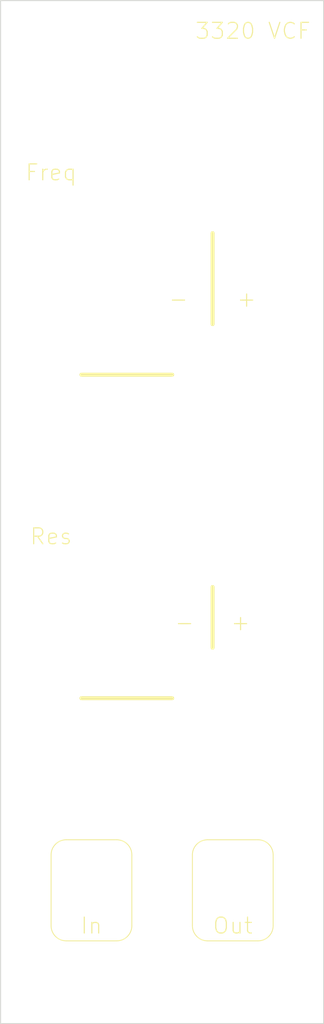
<source format=kicad_pcb>
(kicad_pcb (version 20171130) (host pcbnew "(5.1.8-0-10_14)")

  (general
    (thickness 1.6)
    (drawings 15)
    (tracks 0)
    (zones 0)
    (modules 10)
    (nets 1)
  )

  (page A4)
  (layers
    (0 F.Cu signal)
    (31 B.Cu signal)
    (32 B.Adhes user)
    (33 F.Adhes user)
    (34 B.Paste user)
    (35 F.Paste user)
    (36 B.SilkS user)
    (37 F.SilkS user)
    (38 B.Mask user)
    (39 F.Mask user)
    (40 Dwgs.User user)
    (41 Cmts.User user)
    (42 Eco1.User user)
    (43 Eco2.User user)
    (44 Edge.Cuts user)
    (45 Margin user)
    (46 B.CrtYd user)
    (47 F.CrtYd user)
    (48 B.Fab user)
    (49 F.Fab user)
  )

  (setup
    (last_trace_width 0.25)
    (user_trace_width 0.5)
    (user_trace_width 0.5)
    (user_trace_width 0.5)
    (user_trace_width 0.5)
    (user_trace_width 0.5)
    (user_trace_width 0.5)
    (user_trace_width 0.5)
    (trace_clearance 0.2)
    (zone_clearance 0.508)
    (zone_45_only no)
    (trace_min 0.2)
    (via_size 0.8)
    (via_drill 0.4)
    (via_min_size 0.4)
    (via_min_drill 0.3)
    (uvia_size 0.3)
    (uvia_drill 0.1)
    (uvias_allowed no)
    (uvia_min_size 0.2)
    (uvia_min_drill 0.1)
    (edge_width 0.1)
    (segment_width 0.2)
    (pcb_text_width 0.3)
    (pcb_text_size 1.5 1.5)
    (mod_edge_width 0.15)
    (mod_text_size 1 1)
    (mod_text_width 0.15)
    (pad_size 1.524 1.524)
    (pad_drill 0.762)
    (pad_to_mask_clearance 0)
    (aux_axis_origin 0 0)
    (grid_origin 73.66 149.86)
    (visible_elements FFFFFF7F)
    (pcbplotparams
      (layerselection 0x010fc_ffffffff)
      (usegerberextensions false)
      (usegerberattributes true)
      (usegerberadvancedattributes true)
      (creategerberjobfile true)
      (excludeedgelayer true)
      (linewidth 0.100000)
      (plotframeref false)
      (viasonmask false)
      (mode 1)
      (useauxorigin false)
      (hpglpennumber 1)
      (hpglpenspeed 20)
      (hpglpendiameter 15.000000)
      (psnegative false)
      (psa4output false)
      (plotreference true)
      (plotvalue true)
      (plotinvisibletext false)
      (padsonsilk false)
      (subtractmaskfromsilk false)
      (outputformat 1)
      (mirror false)
      (drillshape 1)
      (scaleselection 1)
      (outputdirectory ""))
  )

  (net 0 "")

  (net_class Default "これはデフォルトのネット クラスです。"
    (clearance 0.2)
    (trace_width 0.25)
    (via_dia 0.8)
    (via_drill 0.4)
    (uvia_dia 0.3)
    (uvia_drill 0.1)
  )

  (module Attenuverter:MountingHole_9mm (layer F.Cu) (tedit 6226F300) (tstamp 62AFDA93)
    (at 26.666 87.63)
    (fp_text reference "-   +" (at 0 -9.525) (layer F.SilkS)
      (effects (font (size 2 2) (thickness 0.15)))
    )
    (fp_text value MountingHole_9mm (at 0 8.89) (layer F.Fab) hide
      (effects (font (size 1 1) (thickness 0.15)))
    )
    (fp_circle (center 0 0) (end 7.75 0) (layer Dwgs.User) (width 0.12))
    (fp_circle (center 0 0) (end 6.2 0) (layer Dwgs.User) (width 0.12))
    (pad "" np_thru_hole circle (at 0 0) (size 9 9) (drill 9) (layers *.Cu *.Mask))
  )

  (module Attenuverter:MountingHole_9mm (layer F.Cu) (tedit 6226F300) (tstamp 62AFDA58)
    (at 26.666 67.31)
    (fp_text reference Res (at -20.316 0) (layer F.SilkS)
      (effects (font (size 2 2) (thickness 0.15)))
    )
    (fp_text value MountingHole_9mm (at 0 8.89) (layer F.Fab) hide
      (effects (font (size 1 1) (thickness 0.15)))
    )
    (fp_circle (center 0 0) (end 6.2 0) (layer Dwgs.User) (width 0.12))
    (fp_circle (center 0 0) (end 7.75 0) (layer Dwgs.User) (width 0.12))
    (pad "" np_thru_hole circle (at 0 0) (size 9 9) (drill 9) (layers *.Cu *.Mask))
  )

  (module Attenuverter:annotation_3.5mm_jack_in (layer F.Cu) (tedit 6226F220) (tstamp 622AC48C)
    (at 6.35 46.987)
    (fp_text reference Freq (at 0 6.35) (layer F.SilkS) hide
      (effects (font (size 2 2) (thickness 0.15)))
    )
    (fp_text value annotation_3.5mm_jack_in (at 0 6.35) (layer F.Fab) hide
      (effects (font (size 1 1) (thickness 0.15)))
    )
    (fp_circle (center 0 0) (end 4 0) (layer Dwgs.User) (width 0.12))
    (fp_text user %R (at 0.3 0) (layer F.Fab) hide
      (effects (font (size 1 1) (thickness 0.15)))
    )
    (pad 1 np_thru_hole circle (at 0 0) (size 6 6) (drill 6) (layers *.Cu *.Mask))
  )

  (module Attenuverter:annotation_3.5mm_jack_out_bottom (layer F.Cu) (tedit 62AC84E3) (tstamp 62ACF1B5)
    (at 29.21 110.49)
    (fp_text reference Out (at 0 5.715) (layer F.SilkS)
      (effects (font (size 2 2) (thickness 0.15)))
    )
    (fp_text value annotation_3.5mm_jack_out_bottom (at 0 -6.35) (layer F.Fab) hide
      (effects (font (size 1 1) (thickness 0.15)))
    )
    (fp_circle (center 0 0) (end 4 0) (layer Dwgs.User) (width 0.12))
    (fp_line (start -3.175 7.62) (end 3.175 7.62) (layer F.SilkS) (width 0.12))
    (fp_line (start 3.175 -5.08) (end -3.175 -5.08) (layer F.SilkS) (width 0.12))
    (fp_line (start 5.08 -3.175) (end 5.08 5.715) (layer F.SilkS) (width 0.12))
    (fp_line (start -5.08 -3.175) (end -5.08 5.715) (layer F.SilkS) (width 0.12))
    (fp_text user %R (at 0.3 0) (layer F.Fab) hide
      (effects (font (size 1 1) (thickness 0.15)))
    )
    (fp_arc (start -3.175 5.715) (end -5.08 5.715) (angle -90) (layer F.SilkS) (width 0.12))
    (fp_arc (start -3.175 -3.175) (end -3.175 -5.08) (angle -90) (layer F.SilkS) (width 0.12))
    (fp_arc (start 3.175 -3.175) (end 5.08 -3.175) (angle -90) (layer F.SilkS) (width 0.12))
    (fp_arc (start 3.175 5.715) (end 3.175 7.62) (angle -90) (layer F.SilkS) (width 0.12))
    (pad 1 np_thru_hole circle (at 0 0) (size 6 6) (drill 6) (layers *.Cu *.Mask))
  )

  (module Attenuverter:annotation_3.5mm_jack_out_bottom (layer F.Cu) (tedit 62AC84E3) (tstamp 62ACEE71)
    (at 11.43 110.49)
    (fp_text reference In (at 0 5.715) (layer F.SilkS)
      (effects (font (size 2 2) (thickness 0.15)))
    )
    (fp_text value annotation_3.5mm_jack_out_bottom (at 0 -6.35) (layer F.Fab) hide
      (effects (font (size 1 1) (thickness 0.15)))
    )
    (fp_line (start -5.08 -3.175) (end -5.08 5.715) (layer F.SilkS) (width 0.12))
    (fp_line (start 5.08 -3.175) (end 5.08 5.715) (layer F.SilkS) (width 0.12))
    (fp_line (start 3.175 -5.08) (end -3.175 -5.08) (layer F.SilkS) (width 0.12))
    (fp_line (start -3.175 7.62) (end 3.175 7.62) (layer F.SilkS) (width 0.12))
    (fp_circle (center 0 0) (end 4 0) (layer Dwgs.User) (width 0.12))
    (fp_arc (start 3.175 5.715) (end 3.175 7.62) (angle -90) (layer F.SilkS) (width 0.12))
    (fp_arc (start 3.175 -3.175) (end 5.08 -3.175) (angle -90) (layer F.SilkS) (width 0.12))
    (fp_arc (start -3.175 -3.175) (end -3.175 -5.08) (angle -90) (layer F.SilkS) (width 0.12))
    (fp_arc (start -3.175 5.715) (end -5.08 5.715) (angle -90) (layer F.SilkS) (width 0.12))
    (fp_text user %R (at 0.3 0) (layer F.Fab) hide
      (effects (font (size 1 1) (thickness 0.15)))
    )
    (pad 1 np_thru_hole circle (at 0 0) (size 6 6) (drill 6) (layers *.Cu *.Mask))
  )

  (module Attenuverter:annotation_3.5mm_jack_in (layer F.Cu) (tedit 6226F220) (tstamp 62ACEADA)
    (at 6.35 87.627)
    (fp_text reference CV1 (at 0 6.35) (layer F.SilkS) hide
      (effects (font (size 2 2) (thickness 0.15)))
    )
    (fp_text value annotation_3.5mm_jack_in (at 0 6.35) (layer F.Fab) hide
      (effects (font (size 1 1) (thickness 0.15)))
    )
    (fp_circle (center 0 0) (end 4 0) (layer Dwgs.User) (width 0.12))
    (fp_text user %R (at 0.3 0) (layer F.Fab) hide
      (effects (font (size 1 1) (thickness 0.15)))
    )
    (pad 1 np_thru_hole circle (at 0 0) (size 6 6) (drill 6) (layers *.Cu *.Mask))
  )

  (module MountingHole:MountingHole_3.2mm_M3 (layer F.Cu) (tedit 56D1B4CB) (tstamp 622B0062)
    (at 35.56 125)
    (descr "Mounting Hole 3.2mm, no annular, M3")
    (tags "mounting hole 3.2mm no annular m3")
    (attr virtual)
    (fp_text reference REF** (at 0 -4.2) (layer F.SilkS) hide
      (effects (font (size 1 1) (thickness 0.15)))
    )
    (fp_text value MountingHole_3.2mm_M3 (at 0 4.2) (layer F.Fab) hide
      (effects (font (size 1 1) (thickness 0.15)))
    )
    (fp_circle (center 0 0) (end 3.45 0) (layer F.CrtYd) (width 0.05))
    (fp_circle (center 0 0) (end 3.2 0) (layer Cmts.User) (width 0.15))
    (fp_text user %R (at 4.12 0.54) (layer F.Fab) hide
      (effects (font (size 1 1) (thickness 0.15)))
    )
    (pad 1 np_thru_hole circle (at 0 0) (size 3.2 3.2) (drill 3.2) (layers *.Cu *.Mask))
  )

  (module MountingHole:MountingHole_3.2mm_M3 (layer F.Cu) (tedit 56D1B4CB) (tstamp 62AFCBB9)
    (at 5.08 3.5)
    (descr "Mounting Hole 3.2mm, no annular, M3")
    (tags "mounting hole 3.2mm no annular m3")
    (attr virtual)
    (fp_text reference REF** (at 0 -4.2) (layer F.SilkS) hide
      (effects (font (size 1 1) (thickness 0.15)))
    )
    (fp_text value MountingHole_3.2mm_M3 (at 0 4.2) (layer F.Fab) hide
      (effects (font (size 1 1) (thickness 0.15)))
    )
    (fp_circle (center 0 0) (end 3.45 0) (layer F.CrtYd) (width 0.05))
    (fp_circle (center 0 0) (end 3.2 0) (layer Cmts.User) (width 0.15))
    (fp_text user %R (at 1.27 -0.31) (layer F.Fab) hide
      (effects (font (size 1 1) (thickness 0.15)))
    )
    (pad 1 np_thru_hole circle (at 0 0) (size 3.2 3.2) (drill 3.2) (layers *.Cu *.Mask))
  )

  (module Attenuverter:MountingHole_9mm (layer F.Cu) (tedit 6226F300) (tstamp 62AFD349)
    (at 26.666 46.987)
    (fp_text reference "-    +" (at 0 -9.525) (layer F.SilkS)
      (effects (font (size 2 2) (thickness 0.15)))
    )
    (fp_text value MountingHole_9mm (at 0 8.89) (layer F.Fab) hide
      (effects (font (size 1 1) (thickness 0.15)))
    )
    (fp_circle (center 0 0) (end 7.75 0) (layer Dwgs.User) (width 0.12))
    (fp_circle (center 0 0) (end 6.2 0) (layer Dwgs.User) (width 0.12))
    (pad "" np_thru_hole circle (at 0 0) (size 9 9) (drill 9) (layers *.Cu *.Mask))
  )

  (module Attenuverter:MountingHole_9mm_LargeKnob (layer F.Cu) (tedit 6235C6CF) (tstamp 62AFD337)
    (at 26.666 21.587)
    (fp_text reference Freq (at -20.316 0.003) (layer F.SilkS)
      (effects (font (size 2 2) (thickness 0.15)))
    )
    (fp_text value MountingHole_9mm_LargeKnob (at 0 13.335) (layer F.Fab) hide
      (effects (font (size 1 1) (thickness 0.15)))
    )
    (fp_circle (center 0 0) (end 6.2 0) (layer Dwgs.User) (width 0.12))
    (fp_circle (center 0 0) (end 12.05 0) (layer Dwgs.User) (width 0.12))
    (pad "" np_thru_hole circle (at 0 0) (size 9 9) (drill 9) (layers *.Cu *.Mask))
  )

  (gr_text "3320 VCF" (at 31.75 3.81) (layer F.SilkS)
    (effects (font (size 2 2) (thickness 0.15)))
  )
  (gr_line (start 26.67 81.28) (end 26.67 73.66) (layer F.SilkS) (width 0.5) (tstamp 62AFDB5E))
  (gr_line (start 10.16 87.63) (end 21.59 87.63) (layer F.SilkS) (width 0.5) (tstamp 62AFDB5D))
  (gr_line (start 26.67 40.64) (end 26.67 29.21) (layer F.SilkS) (width 0.5) (tstamp 62AFDB57))
  (gr_line (start 10.16 46.99) (end 21.59 46.99) (layer F.SilkS) (width 0.5))
  (gr_line (start 0 0) (end 0 128.5) (layer Edge.Cuts) (width 0.1) (tstamp 62AFCBB0))
  (gr_line (start 0 128.5) (end 40.64 128.5) (layer Edge.Cuts) (width 0.1) (tstamp 6229F1B6))
  (gr_line (start 40.64 0) (end 40.64 128.5) (layer Edge.Cuts) (width 0.1) (tstamp 6229F1AC))
  (gr_line (start 0 0) (end 40.64 0) (layer Edge.Cuts) (width 0.1))
  (gr_line (start -0.004 8.497) (end 40.636 8.497) (layer Eco1.User) (width 0.15) (tstamp 62AFD80A))
  (gr_line (start -0.004 -0.003) (end -0.004 128.497) (layer Eco1.User) (width 0.1) (tstamp 62AFD3A7))
  (gr_line (start -0.004 -0.003) (end 40.636 -0.003) (layer Eco1.User) (width 0.1) (tstamp 62AFD3A4))
  (gr_line (start -0.004 119.997) (end 40.636 119.997) (layer Eco1.User) (width 0.15) (tstamp 62AFD3A1))
  (gr_line (start 40.636 -0.003) (end 40.636 128.497) (layer Eco1.User) (width 0.15) (tstamp 62AFD39E))
  (gr_line (start -0.004 128.497) (end 40.636 128.497) (layer Eco1.User) (width 0.15) (tstamp 62AFD39B))

)

</source>
